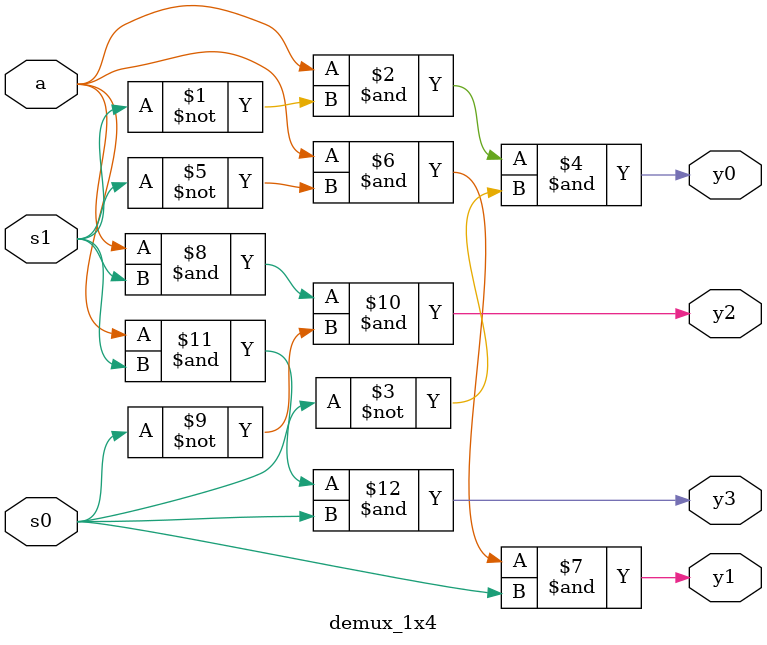
<source format=v>
`timescale 1ns / 1ps


module demux_1x4(input a,s0,s1,output y0,y1,y2,y3);
assign y0 = a & ~s1 & ~s0 ;
assign y1 = a & ~s1 &  s0 ;
assign y2 = a &  s1 & ~s0 ;
assign y3 = a &  s1 &  s0 ;
endmodule

</source>
